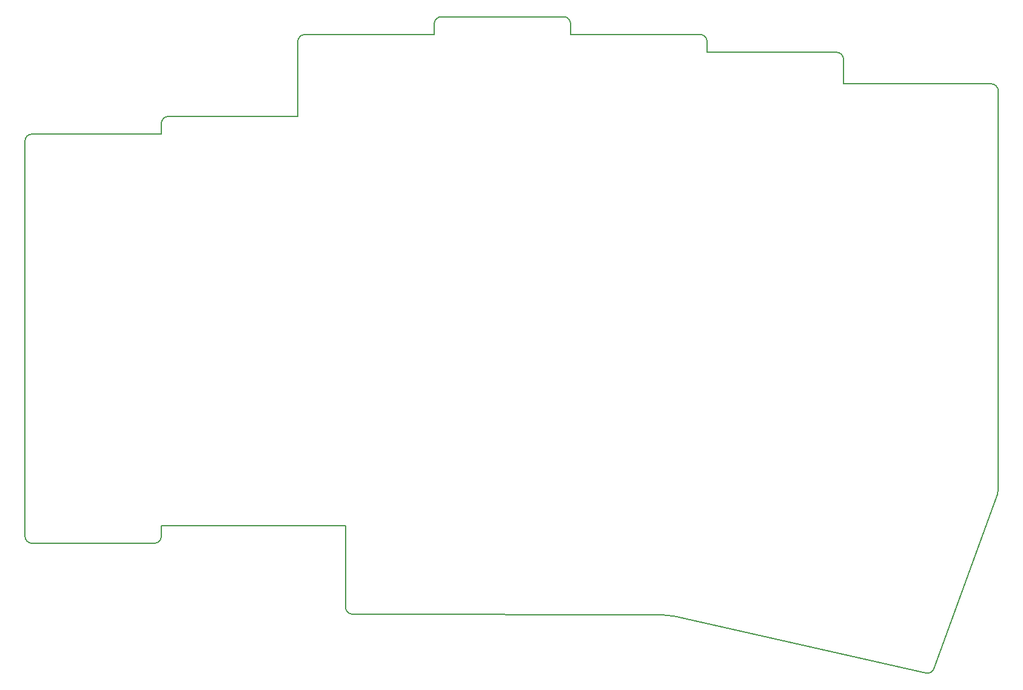
<source format=gbr>
%TF.GenerationSoftware,KiCad,Pcbnew,(5.1.10)-1*%
%TF.CreationDate,2021-08-29T08:26:45+09:00*%
%TF.ProjectId,bottom_pcb,626f7474-6f6d-45f7-9063-622e6b696361,rev?*%
%TF.SameCoordinates,Original*%
%TF.FileFunction,Profile,NP*%
%FSLAX46Y46*%
G04 Gerber Fmt 4.6, Leading zero omitted, Abs format (unit mm)*
G04 Created by KiCad (PCBNEW (5.1.10)-1) date 2021-08-29 08:26:45*
%MOMM*%
%LPD*%
G01*
G04 APERTURE LIST*
%TA.AperFunction,Profile*%
%ADD10C,0.150000*%
%TD*%
G04 APERTURE END LIST*
D10*
X147295747Y-108870296D02*
X156144759Y-84557828D01*
X156265374Y-83873788D02*
X156265374Y-28226442D01*
X110938595Y-101557870D02*
X146135844Y-109503728D01*
X156265374Y-83873788D02*
G75*
G02*
X156144759Y-84557828I-2000000J0D01*
G01*
X147295748Y-108870296D02*
G75*
G02*
X146135844Y-109503728I-939693J342021D01*
G01*
X115611401Y-22812500D02*
X115611401Y-21336000D01*
X155265374Y-27226442D02*
G75*
G02*
X156265374Y-28226442I0J-1000000D01*
G01*
X115611401Y-22812500D02*
X133661401Y-22812501D01*
X66128024Y-101299377D02*
G75*
G02*
X65128901Y-100299377I877J1000000D01*
G01*
X39411401Y-34242500D02*
X39411400Y-32766000D01*
X39411401Y-34242500D02*
X21361401Y-34242500D01*
X21361402Y-91392500D02*
G75*
G02*
X20361402Y-90392500I0J1000000D01*
G01*
X77511400Y-18859499D02*
G75*
G02*
X78511401Y-17859500I1000000J-1D01*
G01*
X96561401Y-20336000D02*
X96561401Y-18859500D01*
X58461400Y-88916000D02*
X65128901Y-88916000D01*
X39411402Y-90392500D02*
G75*
G02*
X38411401Y-91392501I-1000001J0D01*
G01*
X77511401Y-20336000D02*
X59461401Y-20336000D01*
X20361401Y-35242500D02*
X20361402Y-90392500D01*
X96561401Y-20336000D02*
X114611401Y-20336000D01*
X58461401Y-21336000D02*
X58461400Y-31766000D01*
X134661400Y-27226442D02*
X155265374Y-27226442D01*
X20361401Y-35242500D02*
G75*
G02*
X21361401Y-34242500I1000000J0D01*
G01*
X39411401Y-90392500D02*
X39411401Y-88916000D01*
X95561401Y-17859500D02*
G75*
G02*
X96561401Y-18859500I0J-1000000D01*
G01*
X133661401Y-22812501D02*
G75*
G02*
X134661400Y-23812500I0J-999999D01*
G01*
X38411401Y-91392501D02*
X21361401Y-91392501D01*
X134661400Y-27226442D02*
X134661400Y-23812500D01*
X58461400Y-31766000D02*
X40411401Y-31766000D01*
X66128023Y-101299377D02*
X108964593Y-101336945D01*
X95561401Y-17859501D02*
X78511401Y-17859500D01*
X114611401Y-20336000D02*
G75*
G02*
X115611401Y-21336000I0J-1000000D01*
G01*
X39411401Y-88916000D02*
X58461400Y-88916000D01*
X108964593Y-101336944D02*
G75*
G02*
X110938595Y-101557870I-7893J-8999996D01*
G01*
X77511401Y-20336000D02*
X77511401Y-18859500D01*
X65128901Y-88916000D02*
X65128901Y-100299377D01*
X58461400Y-21335999D02*
G75*
G02*
X59461401Y-20336000I1000000J-1D01*
G01*
X39411400Y-32765999D02*
G75*
G02*
X40411401Y-31766000I1000000J-1D01*
G01*
M02*

</source>
